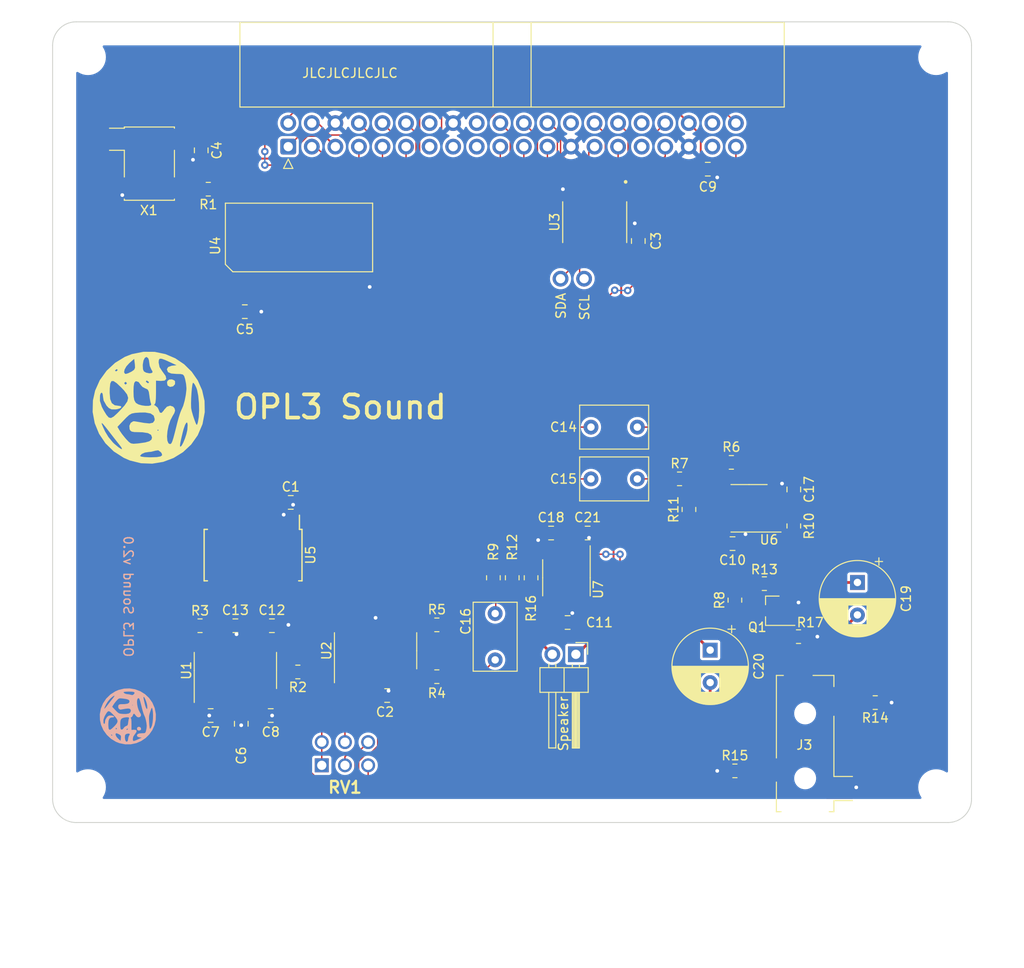
<source format=kicad_pcb>
(kicad_pcb (version 20240108) (generator "pcbnew") (generator_version "8.0")
  (layers (0 "F.Cu" signal) (31 "B.Cu" signal) (34 "B.Paste" user) (35 "F.Paste" user) (36 "B.SilkS" user "B.Silkscreen") (37 "F.SilkS" user "F.Silkscreen") (38 "B.Mask" user) (39 "F.Mask" user) (44 "Edge.Cuts" user))
  (net 0 "")
  (net 1 "Net-(U1A-+)")
  (net 2 "GND")
  (net 3 "Net-(U1B-+)")
  (net 4 "/CH1")
  (net 5 "Net-(U1C-+)")
  (net 6 "/CH2")
  (net 7 "Net-(U1D-+)")
  (net 8 "+5V")
  (net 9 "Net-(U7-IN+)")
  (net 10 "Net-(U7-BYPASS)")
  (net 11 "Net-(J1-D0)")
  (net 12 "Net-(J1-D1)")
  (net 13 "Net-(J1-D2)")
  (net 14 "Net-(J1-D3)")
  (net 15 "Net-(J1-D4)")
  (net 16 "Net-(J1-D5)")
  (net 17 "Net-(J1-D6)")
  (net 18 "Net-(J1-D7)")
  (net 19 "/A0")
  (net 20 "/A1")
  (net 26 "/A6")
  (net 27 "/A7")
  (net 28 "/A8")
  (net 29 "/A9")
  (net 30 "/A10")
  (net 31 "/A11")
  (net 33 "/A12")
  (net 34 "/A13")
  (net 35 "/A14")
  (net 36 "/A15")
  (net 39 "/CLK")
  (net 40 "/R{slash}~{W}")
  (net 43 "/~{RESET}")
  (net 44 "/~{IRQ_OPL}")
  (net 45 "Net-(J4-Pin_1)")
  (net 46 "Net-(J4-Pin_2)")
  (net 47 "Net-(Q1-D)")
  (net 48 "/SPEAKER_SHUTDOWN")
  (net 49 "Net-(X1-Output)")
  (net 50 "Net-(U1D--)")
  (net 51 "Net-(U7-IN-)")
  (net 52 "Net-(U1C--)")
  (net 53 "/~{WR_OPL}")
  (net 54 "/~{RD_OPL}")
  (net 55 "/~{CS_OPL}")
  (net 57 "Net-(C14-Pad2)")
  (net 58 "Net-(U2A--)")
  (net 59 "Net-(C15-Pad2)")
  (net 60 "Net-(U2C--)")
  (net 61 "Net-(C16-Pad2)")
  (net 62 "Net-(C16-Pad1)")
  (net 63 "Net-(U6-BYPASS)")
  (net 64 "Net-(C19-Pad2)")
  (net 65 "Net-(U6-OUTA)")
  (net 66 "Net-(C20-Pad2)")
  (net 67 "Net-(U6-OUTB)")
  (net 68 "Net-(J2-Pin_2)")
  (net 69 "Net-(J2-Pin_1)")
  (net 70 "Net-(U4-CLK_M)")
  (net 71 "Net-(R2-Pad1)")
  (net 72 "Net-(U5-SWIN)")
  (net 73 "Net-(U2B--)")
  (net 74 "Net-(U2D--)")
  (net 75 "Net-(U6-INA)")
  (net 76 "Net-(U6-INB)")
  (net 77 "Net-(R12-Pad1)")
  (net 78 "Net-(U2A-+)")
  (net 79 "Net-(U4-CLK_SY)")
  (net 81 "Net-(U4-DOAB)")
  (net 82 "Net-(U4-SMPAC)")
  (net 83 "Net-(U4-SMPBD)")
  (net 86 "Net-(U2C-+)")
  (footprint "Resistor_SMD:R_0805_2012Metric_Pad1.20x1.40mm_HandSolder" (layer "F.Cu") (at 82.042 87.757 90)
    (property "Reference" "R9")
    (property "Value" "20k")
  )
  (footprint "MountingHole:MountingHole_3.2mm_M3" (layer "F.Cu") (at 38.335949 31.604949)
    (property "Reference" "REF**" (hide yes))
    (property "Value" "MountingHole_3.2mm_M3")
  )
  (footprint "Connector_Audio:Jack_3.5mm_CUI_SJ-3524-SMT_Horizontal" (layer "F.Cu") (at 115.65 106.89 180)
    (property "Reference" "J3")
    (property "Value" "Headphones")
  )
  (footprint "Capacitor_SMD:C_0805_2012Metric_Pad1.18x1.45mm_HandSolder" (layer "F.Cu") (at 51.562 102.616 180)
    (property "Reference" "C7")
    (property "Value" "2.7nF")
  )
  (footprint "Capacitor_SMD:C_0805_2012Metric_Pad1.18x1.45mm_HandSolder" (layer "F.Cu") (at 58.166 92.9305)
    (property "Reference" "C12")
    (property "Value" "10uF")
  )
  (footprint "Resistor_SMD:R_0805_2012Metric_Pad1.20x1.40mm_HandSolder" (layer "F.Cu") (at 75.946 92.837)
    (property "Reference" "R5")
    (property "Value" "1k")
  )
  (footprint "MountingHole:MountingHole_3.2mm_M3" (layer "F.Cu") (at 129.775949 31.604949)
    (property "Reference" "REF**" (hide yes))
    (property "Value" "MountingHole_3.2mm_M3")
  )
  (footprint "Resistor_SMD:R_0805_2012Metric_Pad1.20x1.40mm_HandSolder" (layer "F.Cu") (at 107.696 75.311)
    (property "Reference" "R6")
    (property "Value" "20k")
  )
  (footprint "Capacitor_SMD:C_0805_2012Metric_Pad1.18x1.45mm_HandSolder" (layer "F.Cu") (at 70.5905 100.457)
    (property "Reference" "C2")
    (property "Value" "0.1uF")
  )
  (footprint "Resistor_SMD:R_0805_2012Metric_Pad1.20x1.40mm_HandSolder" (layer "F.Cu") (at 102.108 77.089)
    (property "Reference" "R7")
    (property "Value" "20k")
  )
  (footprint "Package_SO:SOIC-8_3.9x4.9mm_P1.27mm" (layer "F.Cu") (at 109.601 80.264 180)
    (property "Reference" "U6")
    (property "Value" "LM4880")
  )
  (footprint "Capacitor_SMD:C_0805_2012Metric_Pad1.18x1.45mm_HandSolder" (layer "F.Cu") (at 60.198 79.629)
    (property "Reference" "C1")
    (property "Value" "0.1uF")
  )
  (footprint "Capacitor_THT:C_Rect_L7.2mm_W4.5mm_P5.00mm_FKS2_FKP2_MKS2_MKP2" (layer "F.Cu") (at 92.5595 77.096)
    (property "Reference" "C15")
    (property "Value" "0.68uF")
  )
  (footprint "Capacitor_SMD:C_0805_2012Metric_Pad1.18x1.45mm_HandSolder" (layer "F.Cu") (at 107.823 84.074)
    (property "Reference" "C10")
    (property "Value" "4.7uF")
  )
  (footprint "own_footprints:SOP-24_8.4x15.5mm_P1.27mm" (layer "F.Cu") (at 61.087 51.054 90)
    (property "Reference" "U4")
    (property "Value" "YMF262-M" (hide yes))
  )
  (footprint "Package_SO:SOIC-14_3.9x8.7mm_P1.27mm" (layer "F.Cu") (at 54.229 97.7565 90)
    (property "Reference" "U1")
    (property "Value" "TLV9054")
  )
  (footprint "Capacitor_THT:C_Rect_L7.2mm_W4.5mm_P5.00mm_FKS2_FKP2_MKS2_MKP2" (layer "F.Cu") (at 82.2325 96.614 90)
    (property "Reference" "C16")
    (property "Value" "0.68uF")
  )
  (footprint "Resistor_SMD:R_0805_2012Metric_Pad1.20x1.40mm_HandSolder" (layer "F.Cu") (at 108.077 90.17 90)
    (property "Reference" "R8")
    (property "Value" "100k")
  )
  (footprint "Resistor_SMD:R_0805_2012Metric_Pad1.20x1.40mm_HandSolder" (layer "F.Cu") (at 60.96 97.917 180)
    (property "Reference" "R2")
    (property "Value" "100")
  )
  (footprint "Package_SO:SOIC-16W_5.3x10.2mm_P1.27mm" (layer "F.Cu") (at 56.134 85.3105 -90)
    (property "Reference" "U5")
    (property "Value" "YAC512-M")
  )
  (footprint "Resistor_SMD:R_0805_2012Metric_Pad1.20x1.40mm_HandSolder" (layer "F.Cu") (at 108.077 108.585)
    (property "Reference" "R15")
    (property "Value" "1k")
  )
  (footprint "own_footprints:smyrill_logo" (layer "F.Cu") (at 44.958 69.342 -90)
    (property "Reference" "G***" (hide yes))
    (property "Value" "LOGO" (hide yes))
  )
  (footprint "Capacitor_SMD:C_0805_2012Metric_Pad1.18x1.45mm_HandSolder" (layer "F.Cu") (at 92.202 82.931)
    (property "Reference" "C21")
    (property "Value" "4.7u")
  )
  (footprint "Resistor_SMD:R_0805_2012Metric_Pad1.20x1.40mm_HandSolder" (layer "F.Cu") (at 75.946 98.425)
    (property "Reference" "R4")
    (property "Value" "1k")
  )
  (footprint "Resistor_SMD:R_0805_2012Metric_Pad1.20x1.40mm_HandSolder" (layer "F.Cu") (at 114.935 94.107)
    (property "Reference" "R17")
    (property "Value" "10k")
  )
  (footprint "Capacitor_SMD:C_0805_2012Metric_Pad1.18x1.45mm_HandSolder" (layer "F.Cu") (at 105.156 43.688)
    (property "Reference" "C9")
    (property "Value" "4.7uF")
  )
  (footprint "Connector_PinHeader_2.54mm:PinHeader_1x02_P2.54mm_Horizontal" (layer "F.Cu") (at 90.932 96.012 -90)
    (property "Reference" "J4" (hide yes))
    (property "Value" "Speaker")
  )
  (footprint "Resistor_SMD:R_0805_2012Metric_Pad1.20x1.40mm_HandSolder" (layer "F.Cu") (at 123.206 101.219 180)
    (property "Reference" "R14")
    (property "Value" "1k")
  )
  (footprint "Resistor_SMD:R_0805_2012Metric_Pad1.20x1.40mm_HandSolder" (layer "F.Cu") (at 84.074 87.757 90)
    (property "Reference" "R12")
    (property "Value" "100k")
  )
  (footprint "Connector_IDC:IDC-Header_2x20_P2.54mm_Horizontal" (layer "F.Cu") (at 59.925949 41.256949 90)
    (property "Reference" "J1" (hide yes))
    (property "Value" "8bit_thing_bus_connector")
  )
  (footprint "Package_SO:SOIC-14_3.9x8.7mm_P1.27mm" (layer "F.Cu") (at 69.342 95.631 90)
    (property "Reference" "U2")
    (property "Value" "TLV9054")
  )
  (footprint "MountingHole:MountingHole_3.2mm_M3" (layer "F.Cu") (at 38.335949 110.34495)
    (property "Reference" "REF**" (hide yes))
    (property "Value" "MountingHole_3.2mm_M3")
  )
  (footprint "Capacitor_SMD:C_0805_2012Metric_Pad1.18x1.45mm_HandSolder" (layer "F.Cu") (at 54.229 92.9305)
    (property "Reference" "C13")
    (property "Value" "47pF")
  )
  (footprint "Capacitor_SMD:C_0805_2012Metric_Pad1.18x1.45mm_HandSolder" (layer "F.Cu") (at 55.245 59.055)
    (property "Reference" "C5")
    (property "Value" "0.1uF")
  )
  (footprint "MountingHole:MountingHole_3.2mm_M3" (layer "F.Cu") (at 129.775949 110.34495)
    (property "Reference" "REF**" (hide yes))
    (property "Value" "MountingHole_3.2mm_M3")
  )
  (footprint "Capacitor_SMD:C_0805_2012Metric_Pad1.18x1.45mm_HandSolder" (layer "F.Cu") (at 97.663 51.435 90)
    (property "Reference" "C3")
    (property "Value" "0.1uF")
  )
  (footprint "Resistor_SMD:R_0805_2012Metric_Pad1.20x1.40mm_HandSolder" (layer "F.Cu") (at 50.419 92.9305 180)
    (property "Reference" "R3")
    (property "Value" "33")
  )
  (footprint "imported_footprints:SOP65P640X120-20N" (layer "F.Cu") (at 92.964 49.403 -90)
    (property "Reference" "U3")
    (property "Value" "SLG46826G")
  )
  (footprint "Resistor_SMD:R_0805_2012Metric_Pad1.20x1.40mm_HandSolder" (layer "F.Cu") (at 111.252 88.392 180)
    (property "Reference" "R13")
    (property "Value" "100k")
  )
  (footprint "Resistor_SMD:R_0805_2012Metric_Pad1.20x1.40mm_HandSolder" (layer "F.Cu") (at 51.308 45.847 180)
    (property "Reference" "R1")
    (property "Value" "100")
  )
  (footprint "imported_footprints:PTD9022015KA104" (layer "F.Cu") (at 63.54 107.9862 -90)
    (property "Reference" "RV1")
    (property "Value" "10k" (hide yes))
  )
  (footprint "own_footprints:PinHeader_1x02_P2.54mm_Vertical_minimal" (layer "F.Cu") (at 91.821 55.499 -90)
    (property "Reference" "J2" (hide yes))
    (property "Value" "Greenpak_i2c")
  )
  (footprint "Package_SO:SOIC-8_3.9x4.9mm_P1.27mm" (layer "F.Cu") (at 89.916 87.757 -90)
    (property "Reference" "U7")
    (property "Value" "LM4818")
  )
  (footprint "Capacitor_SMD:C_0805_2012Metric_Pad1.18x1.45mm_HandSolder" (layer "F.Cu") (at 88.265 82.931)
    (property "Reference" "C18")
    (property "Value" "0.1uF")
  )
  (footprint "Resistor_SMD:R_0805_2012Metric_Pad1.20x1.40mm_HandSolder" (layer "F.Cu") (at 114.427 82.169 -90)
    (property "Reference" "R10")
    (property "Value" "100k")
  )
  (footprint "Package_TO_SOT_SMD:SOT-23_Handsoldering" (layer "F.Cu") (at 112.141 91.313 180)
    (property "Reference" "Q1")
    (property "Value" "2N7002")
  )
  (footprint "Capacitor_THT:CP_Radial_D8.0mm_P3.50mm" (layer "F.Cu") (at 105.41 95.56 -90)
    (property "Reference" "C20")
    (property "Value" "470uF")
  )
  (footprint "Capacitor_SMD:C_0805_2012Metric_Pad1.18x1.45mm_HandSolder" (layer "F.Cu") (at 50.546 41.656 -90)
    (property "Reference" "C4")
    (property "Value" "0.1uF")
  )
  (footprint "Resistor_SMD:R_0805_2012Metric_Pad1.20x1.40mm_HandSolder" (layer "F.Cu") (at 86.106 87.757 -90)
    (property "Reference" "R16")
    (property "Value" "0")
  )
  (footprint "Resistor_SMD:R_0805_2012Metric_Pad1.20x1.40mm_HandSolder" (layer "F.Cu") (at 103.124 80.391 90)
    (property "Reference" "R11")
    (property "Value" "100k")
  )
  (footprint "Capacitor_SMD:C_0805_2012Metric_Pad1.18x1.45mm_HandSolder" (layer "F.Cu") (at 90.043 92.583)
    (property "Reference" "C11")
    (property "Value" "4.7uF")
  )
  (footprint "Capacitor_SMD:C_0805_2012Metric_Pad1.18x1.45mm_HandSolder" (layer "F.Cu") (at 114.427 78.232 90)
    (property "Reference" "C17")
    (property "Value" "4.7u")
  )
  (footprint "Capacitor_SMD:C_0805_2012Metric_Pad1.18x1.45mm_HandSolder" (layer "F.Cu") (at 54.864 103.505 -90)
    (property "Reference" "C6")
    (property "Value" "0.1uF")
  )
  (footprint "Oscillator:Oscillator_SMD_IQD_IQXO70-4Pin_7.5x5.0mm_HandSoldering" (layer "F.Cu") (at 44.958 43.09 -90)
    (property "Reference" "X1")
    (property "Value" "CFPS-72 14.31818MHz")
  )
  (footprint "Capacitor_THT:CP_Radial_D8.0mm_P3.50mm" (layer "F.Cu") (at 121.285 88.265 -90)
    (property "Reference" "C19")
    (property "Value" "470uF")
  )
  (footprint "Capacitor_SMD:C_0805_2012Metric_Pad1.18x1.45mm_HandSolder" (layer "F.Cu") (at 58.039 102.616)
    (property "Reference" "C8")
    (property "Value" "2.7nF")
  )
  (footprint "Capacitor_THT:C_Rect_L7.2mm_W4.5mm_P5.00mm_FKS2_FKP2_MKS2_MKP2" (layer "F.Cu") (at 92.5595 71.508)
    (property "Reference" "C14")
    (property "Value" "0.68uF")
  )
  (footprint "own_footprints:smyrill_logo_small" (layer "B.Cu") (at 42.672 102.743 90)
    (property "Reference" "G***" (hide yes))
    (property "Value" "LOGO" (hide yes))
  )
  (gr_line (start 34.525949 111.614949) (end 34.525949 30.334949) (stroke (width 0.1)) (layer "Edge.Cuts"))
  (gr_line (start 37.065949 27.794949) (end 131.045949 27.794949) (stroke (width 0.1)) (layer "Edge.Cuts"))
  (gr_arc (start 133.585949 111.614949) (mid 132.841986 113.410986) (end 131.045949 114.154949) (stroke (width 0.1)) (layer "Edge.Cuts"))
  (gr_arc (start 37.065949 114.154949) (mid 35.269863 113.411035) (end 34.525949 111.614949) (stroke (width 0.1)) (layer "Edge.Cuts"))
  (gr_line (start 133.585949 111.614949) (end 133.585949 30.334949) (stroke (width 0.1)) (layer "Edge.Cuts"))
  (gr_arc (start 34.525949 30.334949) (mid 35.269898 28.538898) (end 37.065949 27.794949) (stroke (width 0.1)) (layer "Edge.Cuts"))
  (gr_line (start 37.065949 114.154949) (end 131.045949 114.154949) (stroke (width 0.1)) (layer "Edge.Cuts"))
  (gr_arc (start 131.045949 27.794949) (mid 132.841965 28.538933) (end 133.585949 30.334949) (stroke (width 0.1)) (layer "Edge.Cuts"))
  (gr_text "OPL3 Sound v2.0" (at 42.672 89.770949 270) (layer "B.SilkS") (effects (font (size 1 1)) (justify mirror)))
  (gr_text "SCL" (at 92.456 60.071 90) (layer "F.SilkS") (effects (font (size 1 1)) (justify left bottom)))
  (gr_text "JLCJLCJLCJLC" (at 61.341 33.909 0) (layer "F.SilkS") (effects (font (size 1 1)) (justify left bottom)))
  (gr_text "SDA" (at 89.916 59.944 90) (layer "F.SilkS") (effects (font (size 1 1)) (justify left bottom)))
  (gr_text "OPL3 Sound" (at 53.848 69.342 0) (layer "F.SilkS") (effects (font (size 2.5 2.5) (thickness 0.4)) (justify left)))
  (gr_text "Speaker" (at 90.17 106.553 90) (layer "F.SilkS") (effects (font (size 1 1)) (justify left bottom)))
  (segment (start 51.38783 98.425) (end 49.53 98.425) (width 0.15) (layer "F.Cu") (net 1))
  (segment (start 46.99 91.567) (end 48.400764 90.156236) (width 0.15) (layer "F.Cu") (net 1))
  (segment (start 48.400764 90.156236) (end 51.894305 90.156236) (width 0.15) (layer "F.Cu") (net 1))
  (segment (start 51.894305 90.156236) (end 52.959 89.091541) (width 0.15) (layer "F.Cu") (net 1))
  (segment (start 49.53 98.425) (end 46.99 95.885) (width 0.15) (layer "F.Cu") (net 1))
  (segment (start 52.959 99.99617) (end 51.38783 98.425) (width 0.15) (layer "F.Cu") (net 1))
  (segment (start 52.959 100.2315) (end 52.959 102.1295) (width 0.15) (layer "F.Cu") (net 1))
  (segment (start 46.99 95.885) (end 46.99 91.567) (width 0.15) (layer "F.Cu") (net 1))
  (segment (start 97.663 49.911) (end 97.282 49.53) (width 0.2) (layer "F.Cu") (net 2))
  (segment (start 71.252927 100.457) (end 70.739113 99.943186) (width 0.2) (layer "F.Cu") (net 2))
  (segment (start 114.427 77.1945) (end 113.5595 77.1945) (width 0.2) (layer "F.Cu") (net 2))
  (segment (start 107.077 108.585) (end 106.172 108.585) (width 0.2) (layer "F.Cu") (net 2))
  (segment (start 119.35 110.49) (end 121.031 110.49) (width 0.2) (layer "F.Cu") (net 2))
  (segment (start 68.673 56.354) (end 68.707 56.388) (width 0.2) (layer "F.Cu") (net 2))
  (segment (start 106.1935 44.55549) (end 106.17199 44.577) (width 0.2) (layer "F.Cu") (net 2))
  (segment (start 90.571979 92.135397) (end 90.551028 92.114446) (width 0.2) (layer "F.Cu") (net 2))
  (segment (start 59.2035 92.837) (end 59.944032 92.837) (width 0.2) (layer "F.Cu") (net 2))
  (segment (start 49.678506 42.6935) (end 49.657006 42.672) (width 0.2) (layer "F.Cu") (net 2))
  (segment (start 108.712 83.566) (end 109.22 83.058) (width 0.2) (layer "F.Cu") (net 2))
  (segment (start 55.245 92.952) (end 54.350007 93.846993) (width 0.2) (layer "F.Cu") (net 2))
  (segment (start 121.031 110.49) (end 121.158 110.363) (width 0.2) (layer "F.Cu") (net 2))
  (segment (start 60.706 79.629) (end 60.452 79.883) (width 0.2) (layer "F.Cu") (net 2))
  (segment (start 90.039 46.351) (end 89.535 45.847) (width 0.2) (layer "F.Cu") (net 2))
  (segment (start 114.874 90.363) (end 114.935 90.424) (width 0.2) (layer "F.Cu") (net 2))
  (segment (start 90.551028 92.114446) (end 90.551028 91.567) (width 0.2) (layer "F.Cu") (net 2))
  (segment (start 68.072 56.354) (end 68.673 56.354) (width 0.2) (layer "F.Cu") (net 2))
  (segment (start 56.2825 59.055) (end 57.023 59.055) (width 0.2) (layer "F.Cu") (net 2))
  (segment (start 113.5595 77.1945) (end 113.157 77.597) (width 0.2) (layer "F.Cu") (net 2))
  (segment (start 54.229 93.968) (end 54.350007 93.846993) (width 0.2) (layer "F.Cu") (net 2))
  (segment (start 59.309 81.7605) (end 59.309 81.0805) (width 0.2) (layer "F.Cu") (net 2))
  (segment (start 86.868 83.2905) (end 86.868 83.693) (width 0.2) (layer "F.Cu") (net 2))
  (segment (start 54.864 104.5425) (end 54.864 103.66945) (width 0.2) (layer "F.Cu") (net 2))
  (segment (start 54.229 95.2815) (end 54.229 93.968) (width 0.2) (layer "F.Cu") (net 2))
  (segment (start 61.2355 79.629) (end 60.706 79.629) (width 0.2) (layer "F.Cu") (net 2))
  (segment (start 92.3515 83.3735) (end 92.3515 83.445061) (width 0.2) (layer "F.Cu") (net 2))
  (segment (start 90.551 91.566972) (end 90.551028 91.567) (width 0.2) (layer "F.Cu") (net 2))
  (segment (start 124.206 101.219) (end 124.968 101.219) (width 0.2) (layer "F.Cu") (net 2))
  (segment (start 112.838 77.597) (end 112.076 78.359) (width 0.2) (layer "F.Cu") (net 2))
  (segment (start 92.3515 83.445061) (end 92.350558 83.446003) (width 0.2) (layer "F.Cu") (net 2))
  (segment (start 58.1885 102.616) (end 59.0765 102.616) (width 0.2) (layer "F.Cu") (net 2))
  (segment (start 50.546 42.6935) (end 49.678506 42.6935) (width 0.2) (layer "F.Cu") (net 2))
  (segment (start 115.935 94.107) (end 116.967 94.107) (width 0.2) (layer "F.Cu") (net 2))
  (segment (start 113.641 90.363) (end 114.874 90.363) (width 0.2) (layer "F.Cu") (net 2))
  (segment (start 90.551 90.974499) (end 90.551 91.566972) (width 0.2) (layer "F.Cu") (net 2))
  (segment (start 92.794 82.931) (end 92.3515 83.3735) (width 0.2) (layer "F.Cu") (net 2))
  (segment (start 59.309 81.0805) (end 59.436 80.9535) (width 0.2) (layer "F.Cu") (net 2))
  (segment (start 106.1935 43.688) (end 106.1935 44.55549) (width 0.2) (layer "F.Cu") (net 2))
  (segment (start 54.864 103.66945) (end 54.856525 103.661975) (width 0.2) (layer "F.Cu") (net 2))
  (segment (start 69.342 93.156) (end 69.342 92.075) (width 0.2) (layer "F.Cu") (net 2))
  (segment (start 51.4125 102.616) (end 50.5245 102.616) (width 0.2) (layer "F.Cu") (net 2))
  (segment (start 113.157 77.597) (end 112.838 77.597) (width 0.2) (layer "F.Cu") (net 2))
  (via (at 51.4125 102.616) (size 0.8) (drill 0.4) (layers "F.Cu" "B.Cu") (net 2))
  (via (at 109.22 83.058) (size 0.8) (drill 0.4) (layers "F.Cu" "B.Cu") (net 2))
  (via (at 121.158 110.363) (size 0.8) (drill 0.4) (layers "F.Cu" "B.Cu") (net 2))
  (via (at 86.868 83.693) (size 0.8) (drill 0.4) (layers "F.Cu" "B.Cu") (net 2))
  (via (at 92.350558 83.446003) (size 0.8) (drill 0.4) (layers "F.Cu" "B.Cu") (net 2))
  (via (at 114.935 90.424) (size 0.8) (drill 0.4) (layers "F.Cu" "B.Cu") (net 2))
  (via (at 49.657006 42.672) (size 0.8) (drill 0.4) (layers "F.Cu" "B.Cu") (net 2))
  (via (at 113.157 77.597) (size 0.8) (drill 0.4) (layers "F.Cu" "B.Cu") (net 2))
  (via (at 57.023 59.055) (size 0.8) (drill 0.4) (layers "F.Cu" "B.Cu") (net 2))
  (via (at 60.452 79.883) (size 0.8) (drill 0.4) (layers "F.Cu" "B.Cu") (net 2))
  (via (at 70.739113 99.943186) (size 0.8) (drill 0.4) (layers "F.Cu" "B.Cu") (net 2))
  (via (at 106.17199 44.577) (size 0.8) (drill 0.4) (layers "F.Cu" "B.Cu") (net 2))
  (via (at 58.1885 102.616) (size 0.8) (drill 0.4) (layers "F.Cu" "B.Cu") (net 2))
  (via (at 124.968 101.219) (size 0.8) (drill 0.4) (layers "F.Cu" "B.Cu") (net 2))
  (via (at 97.282 49.53) (size 0.8) (drill 0.4) (layers "F.Cu" "B.Cu") (net 2))
  (via (at 69.342 92.075) (size 0.8) (drill 0.4) (layers "F.Cu" "B.Cu") (net 2))
  (via (at 116.967 94.107) (size 0.8) (drill 0.4) (layers "F.Cu" "B.Cu") (net 2))
  (via (at 106.172 108.585) (size 0.8) (drill 0.4) (layers "F.Cu" "B.Cu") (net 2))
  (via (at 54.856525 103.661975) (size 0.8) (drill 0.4) (layers "F.Cu" "B.Cu") (net 2))
  (via (at 90.551028 91.567) (size 0.8) (drill 0.4) (layers "F.Cu" "B.Cu") (net 2))
  (via (at 89.535 45.847) (size 0.8) (drill 0.4) (layers "F.Cu" "B.Cu") (net 2))
  (via (at 42.037 46.482) (size 0.8) (drill 0.4) (layers "F.Cu" "B.Cu") (net 2))
  (via (at 68.707 56.388) (size 0.8) (drill 0.4) (layers "F.Cu" "B.Cu") (net 2))
  (via (at 59.944032 92.837) (size 0.8) (drill 0.4) (layers "F.Cu" "B.Cu") (net 2))
  (via (at 54.350007 93.846993) (size 0.8) (drill 0.4) (layers "F.Cu" "B.Cu") (net 2))
  (via (at 59.436 80.9535) (size 0.8) (drill 0.4) (layers "F.Cu" "B.Cu") (net 2))
  (segment (start 54.229 89.3105) (end 52.2265 91.313) (width 0.15) (layer "F.Cu") (net 3))
  (segment (start 55.499 100.965) (end 56.6205 102.0865) (width 0.15) (layer "F.Cu") (net 3))
  (segment (start 50.038 97.155) (end 52.728541 97.155) (width 0.15) (layer "F.Cu") (net 3))
  (segment (start 48.26 92.075) (end 48.26 95.377) (width 0.15) (layer "F.Cu") (net 3))
  (segment (start 52.728541 97.155) (end 55.499 99.925459) (width 0.15) (layer "F.Cu") (net 3))
  (segment (start 49.022 91.313) (end 48.26 92.075) (width 0.15) (layer "F.Cu") (net 3))
  (segment (start 48.26 95.377) (end 50.038 97.155) (width 0.15) (layer "F.Cu") (net 3))
  (segment (start 52.2265 91.313) (end 49.022 91.313) (width 0.15) (layer "F.Cu") (net 3))
  (segment (start 50.419 100.2315) (end 49.281 101.3695) (width 0.15) (layer "F.Cu") (net 4))
  (segment (start 67.31 110.871) (end 68.54 109.641) (width 0.15) (layer "F.Cu") (net 4))
  (segment (start 49.281 103.308462) (end 56.843538 110.871) (width 0.15) (layer "F.Cu") (net 4))
  (segment (start 56.843538 110.871) (end 67.31 110.871) (width 0.15) (layer "F.Cu") (net 4))
  (segment (start 49.281 101.3695) (end 49.281 103.308462) (width 0.15) (layer "F.Cu") (net 4))
  (segment (start 68.54 109.641) (end 68.54 108.625) (width 0.15) (layer "F.Cu") (net 4))
  (segment (start 50.419 100.2315) (end 51.689 100.2315) (width 0.15) (layer "F.Cu") (net 4))
  (segment (start 60.579 89.398538) (end 55.499 94.478538) (width 0.15) (layer "F.Cu") (net 5))
  (segment (start 59.664159 100.2315) (end 60.706 101.273341) (width 0.15) (layer "F.Cu") (net 6))
  (segment (start 66.609323 109.22) (end 67.115 108.714323) (width 0.15) (layer "F.Cu") (net 6))
  (segment (start 67.115 106.9112) (end 68.54 105.4862) (width 0.15) (layer "F.Cu") (net 6))
  (segment (start 67.115 108.714323) (end 67.115 106.9112) (width 0.15) (layer "F.Cu") (net 6))
  (segment (start 56.769 100.2315) (end 58.039 100.2315) (width 0.15) (layer "F.Cu") (net 6))
  (segment (start 60.706 107.061) (end 62.865 109.22) (width 0.15) (layer "F.Cu") (net 6))
  (segment (start 60.706 101.273341) (end 60.706 107.061) (width 0.15) (layer "F.Cu") (net 6))
  (segment (start 58.039 100.2315) (end 59.664159 100.2315) (width 0.15) (layer "F.Cu") (net 6))
  (segment (start 62.865 109.22) (end 66.609323 109.22) (width 0.15) (layer "F.Cu") (net 6))
  (segment (start 52.959 93.163) (end 52.959 95.2815) (width 0.15) (layer "F.Cu") (net 7))
  (segment (start 53.1915 92.9305) (end 56.769 89.353) (width 0.15) (layer "F.Cu") (net 7))
  (segment (start 88.129 101.482) (end 70.2615 101.482) (width 0.2) (layer "F.Cu") (net 8))
  (segment (start 58.293 38.1) (end 61.976 34.417) (width 0.2) (layer "F.Cu") (net 8))
  (segment (start 59.055 42.545) (end 58.293 41.783) (width 0.2) (layer "F.Cu") (net 8))
  (segment (start 69.342 98.106) (end 69.342 100.3515) (width 0.2) (layer "F.Cu") (net 8))
  (segment (start 61.989603 40.106949) (end 63.855949 40.106949) (width 0.2) (layer "F.Cu") (net 8))
  (segment (start 95.889 51.145255) (end 95.889 52.268) (width 0.2) (layer "F.Cu") (net 8))
  (segment (start 59.1605 79.629) (end 58.039 80.7505) (width 0.2) (layer "F.Cu") (net 8))
  (segment (start 62.357 110.109) (end 66.802 110.109) (width 0.2) (layer "F.Cu") (net 8))
  (segment (start 58.801 79.629) (end 76.581 61.849) (width 0.2) (layer "F.Cu") (net 8))
  (segment (start 106.7855 84.074) (end 106.7855 82.5095) (width 0.2) (layer "F.Cu") (net 8))
  (segment (start 52.832 42.545) (end 59.055 42.545) (width 0.2) (layer "F.Cu") (net 8))
  (segment (start 108.966 81.09466) (end 108.966 78.105) (width 0.2) (layer "F.Cu") (net 8))
  (segment (start 106.7855 82.5095) (end 107.126 82.169) (width 0.2) (layer "F.Cu") (net 8))
  (segment (start 98.806 34.417) (end 103.105949 38.716949) (width 0.2) (layer "F.Cu") (net 8))
  (segment (start 107.89166 82.169) (end 108.966 81.09466) (width 0.2) (layer "F.Cu") (net 8))
  (segment (start 67.49 107.551275) (end 68.361275 106.68) (width 0.2) (layer "F.Cu") (net 8))
  (segment (start 89.154 91.988) (end 89.154 90.408) (width 0.2) (layer "F.Cu") (net 8))
  (segment (start 104.394 40.005) (end 104.394 43.4125) (width 0.2) (layer "F.Cu") (net 8))
  (segment (start 95.889 52.268) (end 97.4585 52.268) (width 0.2) (layer "F.Cu") (net 8))
  (segment (start 104.1185 45.7415) (end 104.1185 43.688) (width 0.2) (layer "F.Cu") (net 8))
  (segment (start 59.055 42.545) (end 60.706 42.545) (width 0.2) (layer "F.Cu") (net 8))
  (segment (start 69.59 105.924) (end 69.59 100.8105) (width 0.2) (layer "F.Cu") (net 8))
  (segment (start 61.214 42.037) (end 61.214 40.882552) (width 0.2) (layer "F.Cu") (net 8))
  (segment (start 54.864 102.616) (end 62.357 110.109) (width 0.2) (layer "F.Cu") (net 8))
  (segment (start 106.7855 84.1635) (end 106.7855 84.9255) (width 0.2) (layer "F.Cu") (net 8))
  (segment (start 94.9945 94.6165) (end 88.129 101.482) (width 0.2) (layer "F.Cu") (net 8))
  (segment (start 54.229 101.8325) (end 54.229 100.2315) (width 0.2) (layer "F.Cu") (net 8))
  (segment (start 94.9945 87.757) (end 94.9945 58.8025) (width 0.2) (layer "F.Cu") (net 8))
  (segment (start 94.9945 87.757) (end 94.9945 94.6165) (width 0.2) (layer "F.Cu") (net 8))
  (segment (start 66.802 110.109) (end 67.49 109.421) (width 0.2) (layer "F.Cu") (net 8))
  (segment (start 70.2615 101.482) (end 69.2365 100.457) (width 0.2) (layer "F.Cu") (net 8))
  (segment (start 60.706 42.545) (end 61.214 42.037) (width 0.2) (layer "F.Cu") (net 8))
  (segment (start 76.581 61.849) (end 76.327 61.849) (width 0.2) (layer "F.Cu") (net 8))
  (segment (start 94.9945 58.8025) (end 91.948 61.849) (width 0.2) (layer "F.Cu") (net 8))
  (segment (start 91.414604 87.757) (end 94.9945 87.757) (width 0.2) (layer "F.Cu") (net 8))
  (segment (start 97.663 52.197) (end 104.1185 45.7415) (width 0.2) (layer "F.Cu") (net 8))
  (segment (start 50.9055 40.6185) (end 52.832 42.545) (width 0.2) (layer "F.Cu") (net 8))
  (segment (start 109.617 89.027) (end 110.252 88.392) (width 0.2) (layer "F.Cu") (net 8))
  (segment (start 47.558 40.46) (end 50.3875 40.46) (width 0.2) (layer "F.Cu") (net 8))
  (segment (start 107.696 76.835) (end 105.41 76.835) (width 0.2) (layer "F.Cu") (net 8))
  (segment (start 61.976 34.417) (end 98.806 34.417) (width 0.2) (layer "F.Cu") (net 8))
  (segment (start 103.105949 38.716949) (end 104.394 40.005) (width 0.2) (layer "F.Cu") (net 8))
  (segment (start 54.991 79.756) (end 59.0335 79.756) (width 0.2) (layer "F.Cu") (net 8))
  (segment (start 106.7855 84.9255) (end 109.797 87.937) (width 0.2) (layer "F.Cu") (net 8))
  (segment (start 91.989 47.245255) (end 95.889 51.145255) (width 0.2) (layer "F.Cu") (net 8))
  (segment (start 61.214 40.882552) (end 61.989603 40.106949) (width 0.2) (layer "F.Cu") (net 8))
  (segment (start 57.0015 61.849) (end 54.2075 59.055) (width 0.2) (layer "F.Cu") (net 8))
  (segment (start 68.361275 106.68) (end 68.834 106.68) (width 0.2) (layer "F.Cu") (net 8))
  (segment (start 108.474 89.027) (end 109.617 89.027) (width 0.2) (layer "F.Cu") (net 8))
  (segment (start 54.864 102.4675) (end 54.229 101.8325) (width 0.2) (layer "F.Cu") (net 8))
  (segment (start 76.327 61.849) (end 57.0015 61.849) (width 0.2) (layer "F.Cu") (net 8))
  (segment (start 54.229 81.848) (end 54.229 80.518) (width 0.2) (layer "F.Cu") (net 8))
  (segment (start 58.039 80.7505) (end 58.039 81.7605) (width 0.2) (layer "F.Cu") (net 8))
  (segment (start 67.49 109.421) (end 67.49 107.551275) (width 0.2) (layer "F.Cu") (net 8))
  (segment (start 68.834 106.68) (end 69.59 105.924) (width 0.2) (layer "F.Cu") (net 8))
  (segment (start 54.102 58.9495) (end 54.102 56.354) (width 0.2) (layer "F.Cu") (net 8))
  (segment (start 58.293 41.783) (end 58.293 38.1) (width 0.2) (layer "F.Cu") (net 8))
  (segment (start 105.41 76.835) (end 104.14 75.565) (width 0.2) (layer "F.Cu") (net 8))
  (segment (start 108.966 78.105) (end 107.696 76.835) (width 0.2) (layer "F.Cu") (net 8))
  (segment (start 63.855949 40.106949) (end 65.005949 41.256949) (width 0.2) (layer "F.Cu") (net 8))
  (segment (start 89.281 89.890604) (end 91.414604 87.757) (width 0.2) (layer "F.Cu") (net 8))
  (segment (start 60.579 81.0475) (end 60.579 81.7605) (width 0.2) (layer "F.Cu") (net 8))
  (segment (start 95.819998 52.337002) (end 95.819998 57.977002) (width 0.2) (layer "F.Cu") (net 8))
  (segment (start 59.1605 79.629) (end 60.579 81.0475) (width 0.2) (layer "F.Cu") (net 8))
  (segment (start 51.689 88.4105) (end 58.039 82.0605) (width 0.2) (layer "F.Cu") (net 8))
  (segment (start 91.948 61.849) (end 76.327 61.849) (width 0.2) (layer "F.Cu") (net 8))
  (segment (start 91.989 46.538) (end 91.989 47.245255) (width 0.2) (layer "F.Cu") (net 8))
  (segment (start 54.229 80.518) (end 54.991 79.756) (width 0.2) (layer "F.Cu") (net 8))
  (segment (start 94.9945 58.8025) (end 95.819998 57.977002) (width 0.2) (layer "F.Cu") (net 8))
  (segment (start 104.14 75.565) (end 94.9945 75.565) (width 0.2) (layer "F.Cu") (net 8))
  (segment (start 89.281 85.282) (end 89.281 82.9525) (width 0.15) (layer "F.Cu") (net 9))
  (segment (start 90.551 83.5445) (end 91.1645 82.931) (width 0.15) (layer "F.Cu") (net 10))
  (segment (start 90.551 85.282) (end 90.551 83.5445) (width 0.15) (layer "F.Cu") (net 10))
  (segment (start 62.484 36.703) (end 72.898 36.703) (width 0.15) (layer "F.Cu") (net 11))
  (segment (start 74.422 46.664) (end 65.532 55.554) (width 0.15) (layer "F.Cu") (net 11))
  (segment (start 74.090949 42.213949) (end 74.422 42.545) (width 0.15) (layer "F.Cu") (net 11))
  (segment (start 61.214 37.973) (end 62.484 36.703) (width 0.15) (layer "F.Cu") (net 11))
  (segment (start 61.214 39.968898) (end 61.214 37.973) (width 0.15) (layer "F.Cu") (net 11))
  (segment (start 74.422 42.545) (end 74.422 46.664) (width 0.15) (layer "F.Cu") (net 11))
  (segment (start 74.090949 37.895949) (end 74.090949 42.213949) (width 0.15) (layer "F.Cu") (net 11))
  (segment (start 72.898 36.703) (end 74.090949 37.895949) (width 0.15) (layer "F.Cu") (net 11))
  (segment (start 59.925949 41.256949) (end 61.214 39.968898) (width 0.15) (layer "F.Cu") (net 11))
  (segment (start 76.454 45.902) (end 66.802 55.554) (width 0.15) (layer "F.Cu") (net 12))
  (segment (start 76.454 38.1) (end 76.454 45.902) (width 0.15) (layer "F.Cu") (net 12))
  (segment (start 73.787 35.433) (end 76.454 38.1) (width 0.15) (layer "F.Cu") (net 12))
  (segment (start 59.925949 38.118051) (end 62.611 35.433) (width 0.15) (layer "F.Cu") (net 12))
  (segment (start 62.611 35.433) (end 73.787 35.433) (width 0.15) (layer "F.Cu") (net 12))
  (segment (start 66.442 47.244) (end 66.167 46.969) (width 0.15) (layer "F.Cu") (net 13))
  (segment (start 66.167 44.539) (end 62.884949 41.256949) (width 0.15) (layer "F.Cu") (net 13))
  (segment (start 66.167 46.969) (end 66.167 44.539) (width 0.15) (layer "F.Cu") (net 13))
  (segment (start 67.382 47.244) (end 66.442 47.244) (width 0.15) (layer "F.Cu") (net 13))
  (segment (start 68.072 46.554) (end 67.382 47.244) (width 0.15) (layer "F.Cu") (net 13))
  (segment (start 66.802 43.434) (end 66.802 45.754) (width 0.15) (layer "F.Cu") (net 14))
  (segment (start 66.294 40.64) (end 66.294 42.926) (width 0.15) (layer "F.Cu") (net 14))
  (segment (start 63.124958 38.716949) (end 64.413009 40.005) (width 0.15) (layer "F.Cu") (net 14))
  (segment (start 64.413009 40.005) (end 65.659 40.005) (width 0.15) (layer "F.Cu") (net 14))
  (segment (start 66.294 42.926) (end 66.802 43.434) (width 0.15) (layer "F.Cu") (net 14))
  (segment (start 65.659 40.005) (end 66.294 40.64) (width 0.15) (layer "F.Cu") (net 14))
  (segment (start 68.707 46.860208) (end 68.707 43.688) (width 0.15) (layer "F.Cu") (net 15))
  (segment (start 66.199 47.671) (end 67.896208 47.671) (width 0.15) (layer "F.Cu") (net 15))
  (segment (start 65.532 45.754) (end 65.532 47.004) (width 0.15) (layer "F.Cu") (net 15))
  (segment (start 68.707 43.688) (end 67.545949 42.526949) (width 0.15) (layer "F.Cu") (net 15))
  (segment (start 65.532 47.004) (end 66.199 47.671) (width 0.15) (layer "F.Cu") (net 15))
  (segment (start 67.896208 47.671) (end 68.707 46.860208) (width 0.15) (layer "F.Cu") (net 15))
  (segment (start 67.545949 42.526949) (end 67.545949 41.256949) (width 0.15) (layer "F.Cu") (net 15))
  (segment (start 65.841 48.133) (end 68.072 48.133) (width 0.15) (layer "F.Cu") (net 16))
  (segment (start 69.342 46.863) (end 69.342 42.41614) (width 0.15) (layer "F.Cu") (net 16))
  (segment (start 68.834 40.005) (end 67.545949 38.716949) (width 0.15) (layer "F.Cu") (net 16))
  (segment (start 68.834 41.90814) (end 68.834 40.005) (width 0.15) (layer "F.Cu") (net 16))
  (segment (start 68.072 48.133) (end 69.342 46.863) (width 0.15) (layer "F.Cu") (net 16))
  (segment (start 69.342 42.41614) (end 68.834 41.90814) (width 0.15) (layer "F.Cu") (net 16))
  (segment (start 64.262 46.554) (end 65.841 48.133) (width 0.15) (layer "F.Cu") (net 16))
  (segment (start 62.992 46.554) (end 65.079 48.641) (width 0.15) (layer "F.Cu") (net 17))
  (segment (start 68.326 48.641) (end 70.085949 46.881051) (width 0.15) (layer "F.Cu") (net 17))
  (segment (start 70.085949 46.881051) (end 70.085949 41.256949) (width 0.15) (layer "F.Cu") (net 17))
  (segment (start 65.079 48.641) (end 68.326 48.641) (width 0.15) (layer "F.Cu") (net 17))
  (segment (start 64.444 49.276) (end 68.58 49.276) (width 0.15) (layer "F.Cu") (net 18))
  (segment (start 71.374 46.482) (end 71.374 40.005) (width 0.15) (layer "F.Cu") (net 18))
  (segment (start 71.374 40.005) (end 70.085949 38.716949) (width 0.15) (layer "F.Cu") (net 18))
  (segment (start 61.722 46.554) (end 64.444 49.276) (width 0.15) (layer "F.Cu") (net 18))
  (segment (start 68.58 49.276) (end 71.374 46.482) (width 0.15) (layer "F.Cu") (net 18))
  (segment (start 59.944 52.705) (end 57.912 54.737) (width 0.15) (layer "F.Cu") (net 19))
  (segment (start 57.912 54.737) (end 57.912 55.554) (width 0.15) (layer "F.Cu") (net 19))
  (segment (start 72.625949 41.256949) (end 72.625949 46.246051) (width 0.15) (layer "F.Cu") (net 19))
  (segment (start 72.625949 46.246051) (end 66.167 52.705) (width 0.15) (layer "F.Cu") (net 19))
  (segment (start 66.167 52.705) (end 59.944 52.705) (width 0.15) (layer "F.Cu") (net 19))
  (segment (start 73.700949 39.791949) (end 72.625949 38.716949) (width 0.15) (layer "F.Cu") (net 20))
  (segment (start 59.182 56.354) (end 59.182 54.991) (width 0.15) (layer "F.Cu") (net 20))
  (segment (start 73.700949 46.187051) (end 73.700949 39.791949) (width 0.15) (layer "F.Cu") (net 20))
  (segment (start 59.182 54.991) (end 60.452 53.721) (width 0.15) (layer "F.Cu") (net 20))
  (segment (start 66.167 53.721) (end 73.700949 46.187051) (width 0.15) (layer "F.Cu") (net 20))
  (segment (start 60.452 53.721) (end 66.167 53.721) (width 0.15) (layer "F.Cu") (net 20))
  (segment (start 86.614 50.927) (end 91.25392 50.927) (width 0.15) (layer "F.Cu") (net 26))
  (segment (start 82.785949 47.098949) (end 86.614 50.927) (width 0.15) (layer "F.Cu") (net 26))
  (segment (start 82.785949 41.256949) (end 82.785949 47.098949) (width 0.15) (layer "F.Cu") (net 26))
  (segment (start 91.25392 50.927) (end 91.948 51.62108) (width 0.15) (layer "F.Cu") (net 26))
  (segment (start 83.860949 39.791949) (end 83.860949 46.649949) (width 0.15) (layer "F.Cu") (net 27))
  (segment (start 92.583 51.562) (end 92.583 52.324) (width 0.15) (layer "F.Cu") (net 27))
  (segment (start 91.44 50.419) (end 92.583 51.562) (width 0.15) (layer "F.Cu") (net 27))
  (segment (start 83.860949 46.649949) (end 87.63 50.419) (width 0.15) (layer "F.Cu") (net 27))
  (segment (start 82.785949 38.716949) (end 83.860949 39.791949) (width 0.15) (layer "F.Cu") (net 27))
  (segment (start 87.63 50.419) (end 91.44 50.419) (width 0.15) (layer "F.Cu") (net 27))
  (segment (start 91.948 49.911) (end 93.289 51.252) (width 0.15) (layer "F.Cu") (net 28))
  (segment (start 93.289 51.252) (end 93.289 52.268) (width 0.15) (layer "F.Cu") (net 28))
  (segment (start 85.325949 46.590949) (end 88.646 49.911) (width 0.15) (layer "F.Cu") (net 28))
  (segment (start 85.325949 41.256949) (end 85.325949 46.590949) (width 0.15) (layer "F.Cu") (net 28))
  (segment (start 88.646 49.911) (end 91.948 49.911) (width 0.15) (layer "F.Cu") (net 28))
  (segment (start 93.939 51.013) (end 93.939 52.268) (width 0.15) (layer "F.Cu") (net 29))
  (segment (start 92.329 49.403) (end 93.939 51.013) (width 0.15) (layer "F.Cu") (net 29))
  (segment (start 86.790949 40.181949) (end 86.790949 46.658949) (width 0.15) (layer "F.Cu") (net 29))
  (segment (start 89.535 49.403) (end 92.329 49.403) (width 0.15) (layer "F.Cu") (net 29))
  (segment (start 86.790949 46.658949) (end 89.535 49.403) (width 0.15) (layer "F.Cu") (net 29))
  (segment (start 85.325949 38.716949) (end 86.790949 40.181949) (width 0.15) (layer "F.Cu") (net 29))
  (segment (start 87.865949 46.336949) (end 90.297 48.768) (width 0.15) (layer "F.Cu") (net 30))
  (segment (start 90.297 48.768) (end 92.71 48.768) (width 0.15) (layer "F.Cu") (net 30))
  (segment (start 87.865949 41.256949) (end 87.865949 46.336949) (width 0.15) (layer "F.Cu") (net 30))
  (segment (start 92.71 48.768) (end 94.589 50.647) (width 0.15) (layer "F.Cu") (net 30))
  (segment (start 94.589 50.647) (end 94.589 52.268) (width 0.15) (layer "F.Cu") (net 30))
  (segment (start 91.339 46.538) (end 91.339 44.095) (width 0.15) (layer "F.Cu") (net 31))
  (segment (start 89.280949 39.877949) (end 88.119949 38.716949) (width 0.15) (layer "F.Cu") (net 31))
  (segment (start 89.280949 42.036949) (end 89.280949 39.877949) (width 0.15) (layer "F.Cu") (net 31))
  (segment (start 91.339 44.095) (end 89.280949 42.036949) (width 0.15) (layer "F.Cu") (net 31))
  (segment (start 92.639 46.538) (end 92.639 45.8535) (width 0.15) (layer "F.Cu") (net 33))
  (segment (start 92.329 45.5435) (end 92.329 41.873898) (width 0.15) (layer "F.Cu") (net 33))
  (segment (start 92.329 41.873898) (end 92.945949 41.256949) (width 0.15) (layer "F.Cu") (net 33))
  (segment (start 92.639 45.8535) (end 92.329 45.5435) (width 0.15) (layer "F.Cu") (net 33))
  (segment (start 93.289 43.871) (end 93.289 46.538) (width 0.15) (layer "F.Cu") (net 34))
  (segment (start 94.107 43.053) (end 93.289 43.871) (width 0.15) (layer "F.Cu") (net 34))
  (segment (start 92.945949 38.716949) (end 94.107 39.878) (width 0.15) (layer "F.Cu") (net 34))
  (segment (start 94.107 39.878) (end 94.107 43.053) (width 0.15) (layer "F.Cu") (net 34))
  (segment (start 95.485949 41.256949) (end 95.485949 43.198051) (width 0.15) (layer "F.Cu") (net 35))
  (segment (start 93.939 44.745) (end 93.939 45.936811) (width 0.15) (layer "F.Cu") (net 35))
  (segment (start 95.485949 43.198051) (end 93.939 44.745) (width 0.15) (layer "F.Cu") (net 35))
  (segment (start 95.485949 38.716949) (end 96.560949 39.791949) (width 0.15) (layer "F.Cu") (net 36))
  (segment (start 96.560949 39.791949) (end 96.560949 43.393051) (width 0.15) (layer "F.Cu") (net 36))
  (segment (start 96.560949 43.393051) (end 94.589 45.365) (width 0.15) (layer "F.Cu") (net 36))
  (segment (start 94.589 45.365) (end 94.589 45.936811) (width 0.15) (layer "F.Cu") (net 36))
  (segment (start 95.889 46.538) (end 96.337 46.538) (width 0.15) (layer "F.Cu") (net 39))
  (segment (start 100.565949 42.309051) (end 100.565949 41.256949) (width 0.15) (layer "F.Cu") (net 39))
  (segment (start 96.337 46.538) (end 100.565949 42.309051) (width 0.15) (layer "F.Cu") (net 39))
  (segment (start 99.314 39.968898) (end 100.565949 38.716949) (width 0.15) (layer "F.Cu") (net 40))
  (segment (start 95.239 45.858) (end 99.314 41.783) (width 0.15) (layer "F.Cu") (net 40))
  (segment (start 95.239 45.936811) (end 95.239 45.858) (width 0.15) (layer "F.Cu") (net 40))
  (segment (start 99.314 41.783) (end 99.314 39.968898) (width 0.15) (layer "F.Cu") (net 40))
  (segment (start 108.185949 45.103051) (end 96.519998 56.769) (width 0.15) (layer "F.Cu") (net 43))
  (segment (start 91.029893 60.833) (end 95.119998 56.742895) (width 0.15) (layer "F.Cu") (net 43))
  (segment (start 60.321 60.833) (end 91.029893 60.833) (width 0.15) (layer "F.Cu") (net 43))
  (segment (start 56.642 57.154) (end 60.321 60.833) (width 0.15) (layer "F.Cu") (net 43))
  (segment (start 108.185949 41.256949) (end 108.185949 45.103051) (width 0.15) (layer "F.Cu") (net 43))
  (via (at 95.119998 56.742895) (size 0.8) (drill 0.4) (layers "F.Cu" "B.Cu") (net 43))
  (via (at 96.519998 56.769) (size 0.8) (drill 0.4) (layers "F.Cu" "B.Cu") (net 43))
  (segment (start 95.146103 56.769) (end 95.119998 56.742895) (width 0.15) (layer "B.Cu") (net 43))
  (segment (start 96.519998 56.769) (end 95.146103 56.769) (width 0.15) (layer "B.Cu") (net 43))
  (segment (start 55.372 56.354) (end 55.372 53.213) (width 0.15) (layer "F.Cu") (net 44))
  (segment (start 57.404 34.798) (end 60.071 32.131) (width 0.15) (layer "F.Cu") (net 44))
  (segment (start 57.404 41.783) (end 57.404 34.798) (width 0.15) (layer "F.Cu") (net 44))
  (segment (start 55.372 53.213) (end 61.087 47.498) (width 0.15) (layer "F.Cu") (net 44))
  (segment (start 101.6 32.131) (end 108.185949 38.716949) (width 0.15) (layer "F.Cu") (net 44))
  (segment (start 59.793046 43.245046) (end 57.404 43.245046) (width 0.15) (layer "F.Cu") (net 44))
  (segment (start 60.071 32.131) (end 101.6 32.131) (width 0.15) (layer "F.Cu") (net 44))
  (segment (start 61.087 47.498) (end 61.087 44.539) (width 0.15) (layer "F.Cu") (net 44))
  (segment (start 61.087 44.539) (end 59.793046 43.245046) (width 0.15) (layer "F.Cu") (net 44))
  (via (at 57.404 41.783) (size 0.8) (drill 0.4) (layers "F.Cu" "B.Cu") (net 44))
  (via (at 57.404 43.245046) (size 0.8) (drill 0.4) (layers "F.Cu" "B.Cu") (net 44))
  (segment (start 57.404 41.783) (end 57.404 43.245046) (width 0.15) (layer "B.Cu") (net 44))
  (segment (start 93.091 93.98) (end 93.091 91.502) (width 0.3) (layer "F.Cu") (net 45))
  (segment (start 91.059 96.012) (end 93.091 93.98) (width 0.3) (layer "F.Cu") (net 45))
  (segment (start 93.091 91.502) (end 91.821 90.232) (width 0.3) (layer "F.Cu") (net 45))
  (segment (start 88.392 96.012) (end 87.249 94.869) (width 0.3) (layer "F.Cu") (net 46))
  (segment (start 86.536 88.757) (end 88.011 90.232) (width 0.15) (layer "F.Cu") (net 46))
  (segment (start 87.249 90.994) (end 88.011 90.232) (width 0.3) (layer "F.Cu") (net 46))
  (segment (start 87.249 94.869) (end 87.249 90.994) (width 0.3) (layer "F.Cu") (net 46))
  (segment (start 105.537 88.63) (end 105.537 82.181959) (width 0.15) (layer "F.Cu") (net 47))
  (segment (start 108.077 91.17) (end 105.537 88.63) (width 0.15) (layer "F.Cu") (net 47))
  (segment (start 107.93633 81.594) (end 108.326 81.20433) (width 0.15) (layer "F.Cu") (net 47))
  (segment (start 106.124959 81.594) (end 107.93633 81.594) (width 0.15) (layer "F.Cu") (net 47))
  (segment (start 108.22 91.313) (end 110.641 91.313) (width 0.15) (layer "F.Cu") (net 47))
  (segment (start 108.326 79.32367) (end 107.36133 78.359) (width 0.15) (layer "F.Cu") (net 47))
  (segment (start 108.326 81.20433) (end 108.326 79.32367) (width 0.15) (layer "F.Cu") (net 47))
  (segment (start 105.537 82.181959) (end 106.124959 81.594) (width 0.15) (layer "F.Cu") (net 47))
  (segment (start 112.252 90.874) (end 113.641 92.263) (width 0.15) (layer "F.Cu") (net 48))
  (segment (start 113.641 92.263) (end 113.641 95.831) (width 0.15) (layer "F.Cu") (net 48))
  (segment (start 113.641 95.831) (end 114.9 97.09) (width 0.15) (layer "F.Cu") (net 48))
  (segment (start 112.252 88.392) (end 112.252 90.874) (width 0.15) (layer "F.Cu") (net 48))
  (segment (start 95.694 88.455) (end 95.694 85.217) (width 0.15) (layer "F.Cu") (net 48))
  (segment (start 91.886 85.217) (end 94.170508 85.217) (width 0.15) (layer "F.Cu") (net 48))
  (segment (start 114.9 97.09) (end 104.329 97.09) (width 0.15) (layer "F.Cu") (net 48))
  (segment (start 104.329 97.09) (end 95.694 88.455) (width 0.15) (layer "F.Cu") (net 48))
  (via (at 94.170508 85.217) (size 0.8) (drill 0.4) (layers "F.Cu" "B.Cu") (net 48))
  (via (at 95.694 85.217) (size 0.8) (drill 0.4) (layers "F.Cu" "B.Cu") (net 48))
  (segment (start 95.694 85.217) (end 94.170508 85.217) (width 0.15) (layer "B.Cu") (net 48))
  (segment (start 47.558 45.72) (end 50.181 45.72) (width 0.15) (layer "F.Cu") (net 49))
  (segment (start 51.689 95.2815) (end 50.419 95.2815) (width 0.15) (layer "F.Cu") (net 50))
  (segment (start 49.419 93.1385) (end 49.419 94.2815) (width 0.15) (layer "F.Cu") (net 50))
  (segment (start 49.419 94.2815) (end 50.419 95.2815) (width 0.15) (layer "F.Cu") (net 50))
  (segment (start 85.549 85.282) (end 88.011 85.282) (width 0.15) (layer "F.Cu") (net 51))
  (segment (start 84.074 86.757) (end 85.549 85.282) (width 0.15) (layer "F.Cu") (net 51))
  (segment (start 82.042 86.757) (end 84.074 86.757) (width 0.15) (layer "F.Cu") (net 51))
  (segment (start 58.039 88.4105) (end 58.9465 87.503) (width 0.15) (layer "F.Cu") (net 52))
  (segment (start 58.039 95.996) (end 59.96 97.917) (width 0.15) (layer "F.Cu") (net 52))
  (segment (start 61.722 92.583) (end 59.0235 95.2815) (width 0.15) (layer "F.Cu") (net 52))
  (segment (start 58.039 95.2815) (end 56.769 95.2815) (width 0.15) (layer "F.Cu") (net 52))
  (segment (start 61.722 88.392) (end 61.722 92.583) (width 0.15) (layer "F.Cu") (net 52))
  (segment (start 58.9465 87.503) (end 60.833 87.503) (width 0.15) (layer "F.Cu") (net 52))
  (segment (start 59.0235 95.2815) (end 58.039 95.2815) (width 0.15) (layer "F.Cu") (net 52))
  (segment (start 60.833 87.503) (end 61.722 88.392) (width 0.15) (layer "F.Cu") (net 52))
  (segment (start 83.185 59.055) (end 90.043 52.197) (width 0.15) (layer "F.Cu") (net 53))
  (segment (start 62.353 59.055) (end 83.185 59.055) (width 0.15) (layer "F.Cu") (net 53))
  (segment (start 60.452 57.154) (end 62.353 59.055) (width 0.15) (layer "F.Cu") (net 53))
  (segment (start 90.689 46.538) (end 90.689 45.7945) (width 0.15) (layer "F.Cu") (net 54))
  (segment (start 81.534 38.337809) (end 81.534 45.466) (width 0.15) (layer "F.Cu") (net 54))
  (segment (start 81.534 45.466) (end 68.834 58.166) (width 0.15) (layer "F.Cu") (net 54))
  (segment (start 85.725 37.338) (end 82.533809 37.338) (width 0.15) (layer "F.Cu") (net 54))
  (segment (start 88.940949 44.046449) (end 88.940949 40.487809) (width 0.15) (layer "F.Cu") (net 54))
  (segment (start 68.834 58.166) (end 62.865 58.166) (width 0.15) (layer "F.Cu") (net 54))
  (segment (start 86.614 38.227) (end 85.725 37.338) (width 0.15) (layer "F.Cu") (net 54))
  (segment (start 90.689 45.7945) (end 88.940949 44.046449) (width 0.15) (layer "F.Cu") (net 54))
  (segment (start 87.376 40.005) (end 86.614 39.243) (width 0.15) (layer "F.Cu") (net 54))
  (segment (start 62.865 58.166) (end 61.722 57.023) (width 0.15) (layer "F.Cu") (net 54))
  (segment (start 82.533809 37.338) (end 81.534 38.337809) (width 0.15) (layer "F.Cu") (net 54))
  (segment (start 86.614 39.243) (end 86.614 38.227) (width 0.15) (layer "F.Cu") (net 54))
  (segment (start 88.45814 40.005) (end 87.376 40.005) (width 0.15) (layer "F.Cu") (net 54))
  (segment (start 88.940949 40.487809) (end 88.45814 40.005) (width 0.15) (layer "F.Cu") (net 54))
  (segment (start 59.817 55.139) (end 60.092 54.864) (width 0.15) (layer "F.Cu") (net 55))
  (segment (start 95.239 52.268) (end 95.239 54.1085) (width 0.15) (layer "F.Cu") (net 55))
  (segment (start 89.4035 59.944) (end 61.976 59.944) (width 0.15) (layer "F.Cu") (net 55))
  (segment (start 95.239 54.1085) (end 89.4035 59.944) (width 0.15) (layer "F.Cu") (net 55))
  (segment (start 61.976 59.944) (end 59.817 57.785) (width 0.15) (layer "F.Cu") (net 55))
  (segment (start 59.817 57.785) (end 59.817 55.139) (width 0.15) (layer "F.Cu") (net 55))
  (segment (start 62.302 54.864) (end 62.992 55.554) (width 0.15) (layer "F.Cu") (net 55))
  (segment (start 60.092 54.864) (end 62.302 54.864) (width 0.15) (layer "F.Cu") (net 55))
  (segment (start 102.258 71.508) (end 106.061 75.311) (width 0.15) (layer "F.Cu") (net 57))
  (segment (start 106.061 75.311) (end 106.696 75.311) (width 0.15) (layer "F.Cu") (net 57))
  (segment (start 97.5595 71.508) (end 102.258 71.508) (width 0.15) (layer "F.Cu") (net 57))
  (segment (start 65.532 98.106) (end 66.802 98.106) (width 0.15) (layer "F.Cu") (net 58))
  (segment (start 65.532 98.106) (end 64.262 96.836) (width 0.15) (layer "F.Cu") (net 58))
  (segment (start 64.262 96.836) (end 64.262 90.805) (width 0.15) (layer "F.Cu") (net 58))
  (segment (start 64.262 90.805) (end 83.559 71.508) (width 0.15) (layer "F.Cu") (net 58))
  (segment (start 83.559 71.508) (end 92.5595 71.508) (width 0.15) (layer "F.Cu") (net 58))
  (segment (start 97.5665 77.089) (end 101.108 77.089) (width 0.15) (layer "F.Cu") (net 59))
  (segment (start 73.152 93.156) (end 74.627 93.156) (width 0.15) (layer "F.Cu") (net 60))
  (segment (start 71.882 93.156) (end 73.152 93.156) (width 0.15) (layer "F.Cu") (net 60))
  (segment (start 82.296 91.353) (end 82.296 89.011) (width 0.15) (layer "F.Cu") (net 61))
  (segment (start 76.946 98.425) (end 76.946 92.837) (width 0.15) (layer "F.Cu") (net 62))
  (segment (start 76.946 98.425) (end 80.4215 98.425) (width 0.15) (layer "F.Cu") (net 62))
  (segment (start 80.4215 98.425) (end 82.2325 96.614) (width 0.15) (layer "F.Cu") (net 62))
  (segment (start 112.076 79.629) (end 114.0675 79.629) (width 0.15) (layer "F.Cu") (net 63))
  (segment (start 119.761 93.289) (end 121.285 91.765) (width 0.3) (layer "F.Cu") (net 64))
  (segment (start 119.35 101.09) (end 122.077 101.09) (width 0.15) (layer "F.Cu") (net 64))
  (segment (start 119.761 101.088) (end 119.761 93.289) (width 0.3) (layer "F.Cu") (net 64))
  (segment (start 113.427 82.169) (end 114.427 83.169) (width 0.15) (layer "F.Cu") (net 65))
  (segment (start 112.076 83.501) (end 116.84 88.265) (width 0.3) (layer "F.Cu") (net 65))
  (segment (start 116.84 88.265) (end 121.285 88.265) (width 0.3) (layer "F.Cu") (net 65))
  (segment (start 112.076 82.169) (end 113.427 82.169) (width 0.15) (layer "F.Cu") (net 65))
  (segment (start 112.076 82.169) (end 112.076 83.501) (width 0.3) (layer "F.Cu") (net 65))
  (segment (start 111.95 108.49) (end 111.95 107.378) (width 0.3) (layer "F.Cu") (net 66))
  (segment (start 111.95 107.378) (end 105.41 100.838) (width 0.3) (layer "F.Cu") (net 66))
  (segment (start 105.41 100.838) (end 105.41 99.06) (width 0.3) (layer "F.Cu") (net 66))
  (segment (start 109.172 108.49) (end 111.95 108.49) (width 0.15) (layer "F.Cu") (net 66))
  (segment (start 104.14 94.29) (end 105.41 95.56) (width 0.3) (layer "F.Cu") (net 67))
  (segment (start 107.126 80.899) (end 106.289629 80.899) (width 0.3) (layer "F.Cu") (net 67))
  (segment (start 107.126 80.899) (end 103.616 80.899) (width 0.15) (layer "F.Cu") (net 67))
  (segment (start 104.14 83.048629) (end 104.14 94.29) (width 0.3) (layer "F.Cu") (net 67))
  (segment (start 106.289629 80.899) (end 104.14 83.048629) (width 0.3) (layer "F.Cu") (net 67))
  (segment (start 90.689 52.268) (end 90.689 54.091) (width 0.15) (layer "F.Cu") (net 68))
  (segment (start 90.689 54.091) (end 89.281 55.499) (width 0.15) (layer "F.Cu") (net 68))
  (segment (start 91.339 52.268) (end 91.339 55.017) (width 0.15) (layer "F.Cu") (net 69))
  (segment (start 52.401 45.754) (end 54.102 45.754) (width 0.15) (layer "F.Cu") (net 70))
  (segment (start 63.54 99.481) (end 63.54 105.4862) (width 0.15) (layer "F.Cu") (net 71))
  (segment (start 63.54 107.9862) (end 63.54 105.4862) (width 0.15) (layer "F.Cu") (net 71))
  (segment (start 61.722 97.663) (end 63.54 99.481) (width 0.15) (layer "F.Cu") (net 71))
  (segment (start 55.499 89.02083) (end 51.58933 92.9305) (width 0.15) (layer "F.Cu") (net 72))
  (segment (start 71.882 98.106) (end 73.152 98.106) (width 0.15) (layer "F.Cu") (net 73))
  (segment (start 73.152 98.106) (end 74.627 98.106) (width 0.15) (layer "F.Cu") (net 73))
  (segment (start 65.532 93.156) (end 66.802 93.156) (width 0.15) (layer "F.Cu") (net 74))
  (segment (start 66.802 92.329) (end 82.035 77.096) (width 0.15) (layer "F.Cu") (net 74))
  (segment (start 82.035 77.096) (end 92.5595 77.096) (width 0.15) (layer "F.Cu") (net 74))
  (segment (start 114.427 81.042) (end 116.713 78.756) (width 0.15) (layer "F.Cu") (net 75))
  (segment (start 116.713 78.756) (end 116.713 77.47) (width 0.15) (layer "F.Cu") (net 75))
  (segment (start 114.554 75.311) (end 108.696 75.311) (width 0.15) (layer "F.Cu") (net 75))
  (segment (start 116.713 77.47) (end 114.554 75.311) (width 0.15) (layer "F.Cu") (net 75))
  (segment (start 112.076 80.899) (end 114.284 80.899) (width 0.15) (layer "F.Cu") (net 75))
  (segment (start 103.362 79.629) (end 106.682 79.629) (width 0.15) (layer "F.Cu") (net 76))
  (segment (start 103.124 77.105) (end 103.124 79.391) (width 0.15) (layer "F.Cu") (net 76))
  (segment (start 84.106 88.757) (end 86.106 86.757) (width 0.15) (layer "F.Cu") (net 77))
  (segment (start 67.31 105.791) (end 67.31 104.775) (width 0.15) (layer "F.Cu") (net 78))
  (segment (start 68.072 104.013) (end 68.072 98.106) (width 0.15) (layer "F.Cu") (net 78))
  (segment (start 68.072 97.536) (end 68.752 96.856) (width 0.15) (layer "F.Cu") (net 78))
  (segment (start 67.31 104.775) (end 68.072 104.013) (width 0.15) (layer "F.Cu") (net 78))
  (segment (start 68.752 96.856) (end 70.059 96.856) (width 0.15) (layer "F.Cu") (net 78))
  (segment (start 66.04 107.9862) (end 66.04 107.061) (width 0.15) (layer "F.Cu") (net 78))
  (segment (start 66.04 107.061) (end 67.31 105.791) (width 0.15) (layer "F.Cu") (net 78))
  (segment (start 70.059 96.856) (end 70.612 97.409) (width 0.15) (layer "F.Cu") (net 78))
  (segment (start 55.499 83.439) (end 55.499 81.848) (width 0.15) (layer "F.Cu") (net 79))
  (segment (start 55.372 46.554) (end 49.022 52.904) (width 0.15) (layer "F.Cu") (net 79))
  (segment (start 49.022 52.904) (end 49.022 82.296) (width 0.15) (layer "F.Cu") (net 79))
  (segment (start 54.483 84.455) (end 55.499 83.439) (width 0.15) (layer "F.Cu") (net 79))
  (segment (start 49.022 82.296) (end 51.181 84.455) (width 0.15) (layer "F.Cu") (net 79))
  (segment (start 51.181 84.455) (end 54.483 84.455) (width 0.15) (layer "F.Cu") (net 79))
  (segment (start 50.292 54.174) (end 50.292 82.042) (width 0.15) (layer "F.Cu") (net 81))
  (segment (start 57.912 46.554) (end 50.292 54.174) (width 0.15) (layer "F.Cu") (net 81))
  (segment (start 54.864 80.96517) (end 55.31117 80.518) (width 0.15) (layer "F.Cu") (net 81))
  (segment (start 55.31117 80.518) (end 56.261 80.518) (width 0.15) (layer "F.Cu") (net 81))
  (segment (start 56.261 80.518) (end 56.769 81.026) (width 0.15) (layer "F.Cu") (net 81))
  (segment (start 50.292 82.042) (end 51.689 83.439) (width 0.15) (layer "F.Cu") (net 81))
  (segment (start 54.864 82.931) (end 54.864 80.96517) (width 0.15) (layer "F.Cu") (net 81))
  (segment (start 51.689 83.439) (end 54.356 83.439) (width 0.15) (layer "F.Cu") (net 81))
  (segment (start 54.356 83.439) (end 54.864 82.931) (width 0.15) (layer "F.Cu") (net 81))
  (segment (start 51.689 54.047) (end 51.689 81.848) (width 0.15) (layer "F.Cu") (net 82))
  (segment (start 59.182 46.554) (end 51.689 54.047) (width 0.15) (layer "F.Cu") (net 82))
  (segment (start 52.959 54.047) (end 52.959 81.848) (width 0.15) (layer "F.Cu") (net 83))
  (segment (start 60.452 46.554) (end 52.959 54.047) (width 0.15) (layer "F.Cu") (net 83))
  (segment (start 67.437 93.791) (end 68.072 93.156) (width 0.15) (layer "F.Cu") (net 86))
  (segment (start 68.752 94.406) (end 70.186 94.406) (width 0.15) (layer "F.Cu") (net 86))
  (segment (start 66.04 105.4862) (end 66.04 103.251) (width 0.15) (layer "F.Cu") (net 86))
  (segment (start 68.072 93.726) (end 68.752 94.406) (width 0.15) (layer "F.Cu") (net 86))
  (segment (start 70.186 94.406) (end 70.612 93.98) (width 0.15) (layer "F.Cu") (net 86))
  (segment (start 67.437 101.854) (end 67.437 93.791) (width 0.15) (layer "F.Cu") (net 86))
  (segment (start 66.04 103.251) (end 67.437 101.854) (width 0.15) (layer "F.Cu") (net 86))
  (zone (net 2) (net_name "GND") (layer "B.Cu") (connect_pads (clearance 0.29)) (min_thickness 0.25) (fill yes (thermal_gap 0.5) (thermal_bridge_width 0.5))
    (polygon (pts (xy 37.065949 30.334949) (xy 131.045949 30.334949) (xy 131.045949 111.614949) (xy 37.065949 111.614949)))
  )
)
</source>
